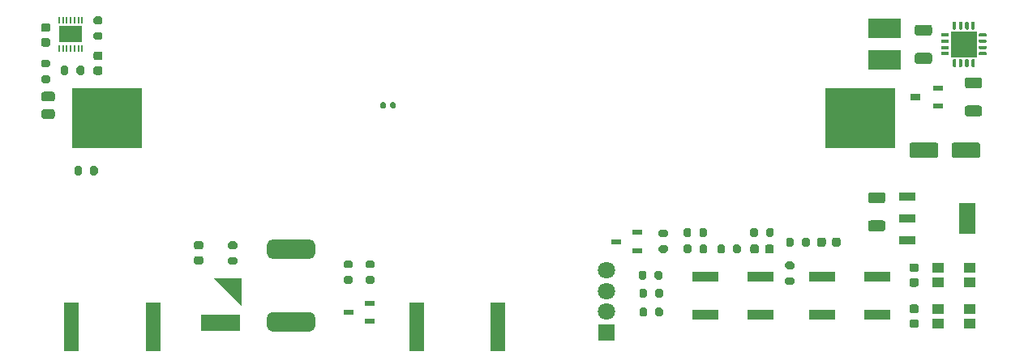
<source format=gts>
G04 #@! TF.GenerationSoftware,KiCad,Pcbnew,(5.1.10)-1*
G04 #@! TF.CreationDate,2022-02-22T01:10:42-03:00*
G04 #@! TF.ProjectId,Alcantara_v.1.0,416c6361-6e74-4617-9261-5f762e312e30,rev?*
G04 #@! TF.SameCoordinates,Original*
G04 #@! TF.FileFunction,Soldermask,Top*
G04 #@! TF.FilePolarity,Negative*
%FSLAX46Y46*%
G04 Gerber Fmt 4.6, Leading zero omitted, Abs format (unit mm)*
G04 Created by KiCad (PCBNEW (5.1.10)-1) date 2022-02-22 01:10:42*
%MOMM*%
%LPD*%
G01*
G04 APERTURE LIST*
%ADD10C,0.000100*%
%ADD11R,4.100000X1.700000*%
%ADD12C,1.800000*%
%ADD13R,1.800000X1.800000*%
%ADD14R,3.500000X2.000000*%
%ADD15R,7.340000X6.350000*%
%ADD16R,1.150000X1.050000*%
%ADD17R,1.750000X3.200000*%
%ADD18R,1.750000X0.950000*%
%ADD19R,1.050000X0.600000*%
%ADD20R,2.800000X1.000000*%
%ADD21R,1.500000X5.080000*%
%ADD22R,2.700000X2.700000*%
%ADD23R,2.400000X1.800000*%
%ADD24R,0.200000X0.750000*%
%ADD25R,1.100000X0.700000*%
%ADD26R,1.100000X0.600000*%
G04 APERTURE END LIST*
D10*
G36*
X72854000Y-58221000D02*
G01*
X75654000Y-58221000D01*
X75654000Y-61021000D01*
X72854000Y-58221000D01*
G37*
X72854000Y-58221000D02*
X75654000Y-58221000D01*
X75654000Y-61021000D01*
X72854000Y-58221000D01*
D11*
X73504000Y-62871000D03*
D12*
X113775000Y-57404000D03*
X113775000Y-59563000D03*
X113775000Y-61722000D03*
D13*
X113775000Y-63881000D03*
D14*
X142875000Y-35400000D03*
X142875000Y-32100000D03*
G36*
G01*
X54995000Y-33091000D02*
X55495000Y-33091000D01*
G75*
G02*
X55720000Y-33316000I0J-225000D01*
G01*
X55720000Y-33766000D01*
G75*
G02*
X55495000Y-33991000I-225000J0D01*
G01*
X54995000Y-33991000D01*
G75*
G02*
X54770000Y-33766000I0J225000D01*
G01*
X54770000Y-33316000D01*
G75*
G02*
X54995000Y-33091000I225000J0D01*
G01*
G37*
G36*
G01*
X54995000Y-31541000D02*
X55495000Y-31541000D01*
G75*
G02*
X55720000Y-31766000I0J-225000D01*
G01*
X55720000Y-32216000D01*
G75*
G02*
X55495000Y-32441000I-225000J0D01*
G01*
X54995000Y-32441000D01*
G75*
G02*
X54770000Y-32216000I0J225000D01*
G01*
X54770000Y-31766000D01*
G75*
G02*
X54995000Y-31541000I225000J0D01*
G01*
G37*
G36*
G01*
X78870000Y-54189000D02*
X82870000Y-54189000D01*
G75*
G02*
X83370000Y-54689000I0J-500000D01*
G01*
X83370000Y-55689000D01*
G75*
G02*
X82870000Y-56189000I-500000J0D01*
G01*
X78870000Y-56189000D01*
G75*
G02*
X78370000Y-55689000I0J500000D01*
G01*
X78370000Y-54689000D01*
G75*
G02*
X78870000Y-54189000I500000J0D01*
G01*
G37*
G36*
G01*
X78870000Y-61789000D02*
X82870000Y-61789000D01*
G75*
G02*
X83370000Y-62289000I0J-500000D01*
G01*
X83370000Y-63289000D01*
G75*
G02*
X82870000Y-63789000I-500000J0D01*
G01*
X78870000Y-63789000D01*
G75*
G02*
X78370000Y-63289000I0J500000D01*
G01*
X78370000Y-62289000D01*
G75*
G02*
X78870000Y-61789000I500000J0D01*
G01*
G37*
D15*
X61635000Y-41452800D03*
X140295000Y-41452800D03*
D16*
X148418000Y-61490000D03*
X148418000Y-62940000D03*
X151768000Y-61490000D03*
X151768000Y-62940000D03*
X148418000Y-57172000D03*
X148418000Y-58622000D03*
X151768000Y-57172000D03*
X151768000Y-58622000D03*
G36*
G01*
X118890600Y-62047800D02*
X118890600Y-61497800D01*
G75*
G02*
X119090600Y-61297800I200000J0D01*
G01*
X119490600Y-61297800D01*
G75*
G02*
X119690600Y-61497800I0J-200000D01*
G01*
X119690600Y-62047800D01*
G75*
G02*
X119490600Y-62247800I-200000J0D01*
G01*
X119090600Y-62247800D01*
G75*
G02*
X118890600Y-62047800I0J200000D01*
G01*
G37*
G36*
G01*
X117240600Y-62047800D02*
X117240600Y-61497800D01*
G75*
G02*
X117440600Y-61297800I200000J0D01*
G01*
X117840600Y-61297800D01*
G75*
G02*
X118040600Y-61497800I0J-200000D01*
G01*
X118040600Y-62047800D01*
G75*
G02*
X117840600Y-62247800I-200000J0D01*
G01*
X117440600Y-62247800D01*
G75*
G02*
X117240600Y-62047800I0J200000D01*
G01*
G37*
G36*
G01*
X120010600Y-53931000D02*
X119460600Y-53931000D01*
G75*
G02*
X119260600Y-53731000I0J200000D01*
G01*
X119260600Y-53331000D01*
G75*
G02*
X119460600Y-53131000I200000J0D01*
G01*
X120010600Y-53131000D01*
G75*
G02*
X120210600Y-53331000I0J-200000D01*
G01*
X120210600Y-53731000D01*
G75*
G02*
X120010600Y-53931000I-200000J0D01*
G01*
G37*
G36*
G01*
X120010600Y-55581000D02*
X119460600Y-55581000D01*
G75*
G02*
X119260600Y-55381000I0J200000D01*
G01*
X119260600Y-54981000D01*
G75*
G02*
X119460600Y-54781000I200000J0D01*
G01*
X120010600Y-54781000D01*
G75*
G02*
X120210600Y-54981000I0J-200000D01*
G01*
X120210600Y-55381000D01*
G75*
G02*
X120010600Y-55581000I-200000J0D01*
G01*
G37*
D17*
X151500000Y-51975000D03*
D18*
X145200000Y-54275000D03*
X145200000Y-51975000D03*
X145200000Y-49675000D03*
D19*
X86884000Y-61783000D03*
X89084000Y-60833000D03*
X89084000Y-62733000D03*
G36*
G01*
X124325600Y-54893800D02*
X124325600Y-55443800D01*
G75*
G02*
X124125600Y-55643800I-200000J0D01*
G01*
X123725600Y-55643800D01*
G75*
G02*
X123525600Y-55443800I0J200000D01*
G01*
X123525600Y-54893800D01*
G75*
G02*
X123725600Y-54693800I200000J0D01*
G01*
X124125600Y-54693800D01*
G75*
G02*
X124325600Y-54893800I0J-200000D01*
G01*
G37*
G36*
G01*
X122675600Y-54893800D02*
X122675600Y-55443800D01*
G75*
G02*
X122475600Y-55643800I-200000J0D01*
G01*
X122075600Y-55643800D01*
G75*
G02*
X121875600Y-55443800I0J200000D01*
G01*
X121875600Y-54893800D01*
G75*
G02*
X122075600Y-54693800I200000J0D01*
G01*
X122475600Y-54693800D01*
G75*
G02*
X122675600Y-54893800I0J-200000D01*
G01*
G37*
G36*
G01*
X91235500Y-40317000D02*
X91235500Y-39947000D01*
G75*
G02*
X91370500Y-39812000I135000J0D01*
G01*
X91640500Y-39812000D01*
G75*
G02*
X91775500Y-39947000I0J-135000D01*
G01*
X91775500Y-40317000D01*
G75*
G02*
X91640500Y-40452000I-135000J0D01*
G01*
X91370500Y-40452000D01*
G75*
G02*
X91235500Y-40317000I0J135000D01*
G01*
G37*
G36*
G01*
X90215500Y-40317000D02*
X90215500Y-39947000D01*
G75*
G02*
X90350500Y-39812000I135000J0D01*
G01*
X90620500Y-39812000D01*
G75*
G02*
X90755500Y-39947000I0J-135000D01*
G01*
X90755500Y-40317000D01*
G75*
G02*
X90620500Y-40452000I-135000J0D01*
G01*
X90350500Y-40452000D01*
G75*
G02*
X90215500Y-40317000I0J135000D01*
G01*
G37*
D20*
X124100000Y-58071000D03*
X129900000Y-58071000D03*
X129900000Y-62071000D03*
X124100000Y-62071000D03*
D19*
X114792400Y-54391600D03*
X116992400Y-53441600D03*
X116992400Y-55341600D03*
D21*
X93985640Y-63347600D03*
X102485640Y-63347600D03*
X57943240Y-63342520D03*
X66443240Y-63342520D03*
G36*
G01*
X148450000Y-44275000D02*
X148450000Y-45375000D01*
G75*
G02*
X148200000Y-45625000I-250000J0D01*
G01*
X145700000Y-45625000D01*
G75*
G02*
X145450000Y-45375000I0J250000D01*
G01*
X145450000Y-44275000D01*
G75*
G02*
X145700000Y-44025000I250000J0D01*
G01*
X148200000Y-44025000D01*
G75*
G02*
X148450000Y-44275000I0J-250000D01*
G01*
G37*
G36*
G01*
X152850000Y-44275000D02*
X152850000Y-45375000D01*
G75*
G02*
X152600000Y-45625000I-250000J0D01*
G01*
X150100000Y-45625000D01*
G75*
G02*
X149850000Y-45375000I0J250000D01*
G01*
X149850000Y-44275000D01*
G75*
G02*
X150100000Y-44025000I250000J0D01*
G01*
X152600000Y-44025000D01*
G75*
G02*
X152850000Y-44275000I0J-250000D01*
G01*
G37*
D20*
X136292000Y-58071000D03*
X142092000Y-58071000D03*
X142092000Y-62071000D03*
X136292000Y-62071000D03*
D22*
X151119000Y-33750000D03*
G36*
G01*
X152756500Y-32600000D02*
X153406500Y-32600000D01*
G75*
G02*
X153494000Y-32687500I0J-87500D01*
G01*
X153494000Y-32862500D01*
G75*
G02*
X153406500Y-32950000I-87500J0D01*
G01*
X152756500Y-32950000D01*
G75*
G02*
X152669000Y-32862500I0J87500D01*
G01*
X152669000Y-32687500D01*
G75*
G02*
X152756500Y-32600000I87500J0D01*
G01*
G37*
G36*
G01*
X152756500Y-33250000D02*
X153406500Y-33250000D01*
G75*
G02*
X153494000Y-33337500I0J-87500D01*
G01*
X153494000Y-33512500D01*
G75*
G02*
X153406500Y-33600000I-87500J0D01*
G01*
X152756500Y-33600000D01*
G75*
G02*
X152669000Y-33512500I0J87500D01*
G01*
X152669000Y-33337500D01*
G75*
G02*
X152756500Y-33250000I87500J0D01*
G01*
G37*
G36*
G01*
X152756500Y-33900000D02*
X153406500Y-33900000D01*
G75*
G02*
X153494000Y-33987500I0J-87500D01*
G01*
X153494000Y-34162500D01*
G75*
G02*
X153406500Y-34250000I-87500J0D01*
G01*
X152756500Y-34250000D01*
G75*
G02*
X152669000Y-34162500I0J87500D01*
G01*
X152669000Y-33987500D01*
G75*
G02*
X152756500Y-33900000I87500J0D01*
G01*
G37*
G36*
G01*
X152756500Y-34550000D02*
X153406500Y-34550000D01*
G75*
G02*
X153494000Y-34637500I0J-87500D01*
G01*
X153494000Y-34812500D01*
G75*
G02*
X153406500Y-34900000I-87500J0D01*
G01*
X152756500Y-34900000D01*
G75*
G02*
X152669000Y-34812500I0J87500D01*
G01*
X152669000Y-34637500D01*
G75*
G02*
X152756500Y-34550000I87500J0D01*
G01*
G37*
G36*
G01*
X152006500Y-35300000D02*
X152181500Y-35300000D01*
G75*
G02*
X152269000Y-35387500I0J-87500D01*
G01*
X152269000Y-36037500D01*
G75*
G02*
X152181500Y-36125000I-87500J0D01*
G01*
X152006500Y-36125000D01*
G75*
G02*
X151919000Y-36037500I0J87500D01*
G01*
X151919000Y-35387500D01*
G75*
G02*
X152006500Y-35300000I87500J0D01*
G01*
G37*
G36*
G01*
X151356500Y-35300000D02*
X151531500Y-35300000D01*
G75*
G02*
X151619000Y-35387500I0J-87500D01*
G01*
X151619000Y-36037500D01*
G75*
G02*
X151531500Y-36125000I-87500J0D01*
G01*
X151356500Y-36125000D01*
G75*
G02*
X151269000Y-36037500I0J87500D01*
G01*
X151269000Y-35387500D01*
G75*
G02*
X151356500Y-35300000I87500J0D01*
G01*
G37*
G36*
G01*
X150706500Y-35300000D02*
X150881500Y-35300000D01*
G75*
G02*
X150969000Y-35387500I0J-87500D01*
G01*
X150969000Y-36037500D01*
G75*
G02*
X150881500Y-36125000I-87500J0D01*
G01*
X150706500Y-36125000D01*
G75*
G02*
X150619000Y-36037500I0J87500D01*
G01*
X150619000Y-35387500D01*
G75*
G02*
X150706500Y-35300000I87500J0D01*
G01*
G37*
G36*
G01*
X150056500Y-35300000D02*
X150231500Y-35300000D01*
G75*
G02*
X150319000Y-35387500I0J-87500D01*
G01*
X150319000Y-36037500D01*
G75*
G02*
X150231500Y-36125000I-87500J0D01*
G01*
X150056500Y-36125000D01*
G75*
G02*
X149969000Y-36037500I0J87500D01*
G01*
X149969000Y-35387500D01*
G75*
G02*
X150056500Y-35300000I87500J0D01*
G01*
G37*
G36*
G01*
X148831500Y-34550000D02*
X149481500Y-34550000D01*
G75*
G02*
X149569000Y-34637500I0J-87500D01*
G01*
X149569000Y-34812500D01*
G75*
G02*
X149481500Y-34900000I-87500J0D01*
G01*
X148831500Y-34900000D01*
G75*
G02*
X148744000Y-34812500I0J87500D01*
G01*
X148744000Y-34637500D01*
G75*
G02*
X148831500Y-34550000I87500J0D01*
G01*
G37*
G36*
G01*
X148831500Y-33900000D02*
X149481500Y-33900000D01*
G75*
G02*
X149569000Y-33987500I0J-87500D01*
G01*
X149569000Y-34162500D01*
G75*
G02*
X149481500Y-34250000I-87500J0D01*
G01*
X148831500Y-34250000D01*
G75*
G02*
X148744000Y-34162500I0J87500D01*
G01*
X148744000Y-33987500D01*
G75*
G02*
X148831500Y-33900000I87500J0D01*
G01*
G37*
G36*
G01*
X148831500Y-33250000D02*
X149481500Y-33250000D01*
G75*
G02*
X149569000Y-33337500I0J-87500D01*
G01*
X149569000Y-33512500D01*
G75*
G02*
X149481500Y-33600000I-87500J0D01*
G01*
X148831500Y-33600000D01*
G75*
G02*
X148744000Y-33512500I0J87500D01*
G01*
X148744000Y-33337500D01*
G75*
G02*
X148831500Y-33250000I87500J0D01*
G01*
G37*
G36*
G01*
X148831500Y-32600000D02*
X149481500Y-32600000D01*
G75*
G02*
X149569000Y-32687500I0J-87500D01*
G01*
X149569000Y-32862500D01*
G75*
G02*
X149481500Y-32950000I-87500J0D01*
G01*
X148831500Y-32950000D01*
G75*
G02*
X148744000Y-32862500I0J87500D01*
G01*
X148744000Y-32687500D01*
G75*
G02*
X148831500Y-32600000I87500J0D01*
G01*
G37*
G36*
G01*
X150056500Y-31375000D02*
X150231500Y-31375000D01*
G75*
G02*
X150319000Y-31462500I0J-87500D01*
G01*
X150319000Y-32112500D01*
G75*
G02*
X150231500Y-32200000I-87500J0D01*
G01*
X150056500Y-32200000D01*
G75*
G02*
X149969000Y-32112500I0J87500D01*
G01*
X149969000Y-31462500D01*
G75*
G02*
X150056500Y-31375000I87500J0D01*
G01*
G37*
G36*
G01*
X150706500Y-31375000D02*
X150881500Y-31375000D01*
G75*
G02*
X150969000Y-31462500I0J-87500D01*
G01*
X150969000Y-32112500D01*
G75*
G02*
X150881500Y-32200000I-87500J0D01*
G01*
X150706500Y-32200000D01*
G75*
G02*
X150619000Y-32112500I0J87500D01*
G01*
X150619000Y-31462500D01*
G75*
G02*
X150706500Y-31375000I87500J0D01*
G01*
G37*
G36*
G01*
X151356500Y-31375000D02*
X151531500Y-31375000D01*
G75*
G02*
X151619000Y-31462500I0J-87500D01*
G01*
X151619000Y-32112500D01*
G75*
G02*
X151531500Y-32200000I-87500J0D01*
G01*
X151356500Y-32200000D01*
G75*
G02*
X151269000Y-32112500I0J87500D01*
G01*
X151269000Y-31462500D01*
G75*
G02*
X151356500Y-31375000I87500J0D01*
G01*
G37*
G36*
G01*
X152006500Y-31375000D02*
X152181500Y-31375000D01*
G75*
G02*
X152269000Y-31462500I0J-87500D01*
G01*
X152269000Y-32112500D01*
G75*
G02*
X152181500Y-32200000I-87500J0D01*
G01*
X152006500Y-32200000D01*
G75*
G02*
X151919000Y-32112500I0J87500D01*
G01*
X151919000Y-31462500D01*
G75*
G02*
X152006500Y-31375000I87500J0D01*
G01*
G37*
D23*
X57848500Y-32702500D03*
D24*
X59048500Y-34202500D03*
X58648500Y-34202500D03*
X58248500Y-34202500D03*
X57848500Y-34202500D03*
X57448500Y-34202500D03*
X57048500Y-34202500D03*
X56648500Y-34202500D03*
X56648500Y-31202500D03*
X57048500Y-31202500D03*
X57448500Y-31202500D03*
X57848500Y-31202500D03*
X58248500Y-31202500D03*
X58648500Y-31202500D03*
X59048500Y-31202500D03*
D25*
X146050000Y-39275000D03*
D26*
X148450000Y-38325000D03*
X148450000Y-40225000D03*
G36*
G01*
X130473000Y-53716600D02*
X130473000Y-53166600D01*
G75*
G02*
X130673000Y-52966600I200000J0D01*
G01*
X131073000Y-52966600D01*
G75*
G02*
X131273000Y-53166600I0J-200000D01*
G01*
X131273000Y-53716600D01*
G75*
G02*
X131073000Y-53916600I-200000J0D01*
G01*
X130673000Y-53916600D01*
G75*
G02*
X130473000Y-53716600I0J200000D01*
G01*
G37*
G36*
G01*
X128823000Y-53716600D02*
X128823000Y-53166600D01*
G75*
G02*
X129023000Y-52966600I200000J0D01*
G01*
X129423000Y-52966600D01*
G75*
G02*
X129623000Y-53166600I0J-200000D01*
G01*
X129623000Y-53716600D01*
G75*
G02*
X129423000Y-53916600I-200000J0D01*
G01*
X129023000Y-53916600D01*
G75*
G02*
X128823000Y-53716600I0J200000D01*
G01*
G37*
G36*
G01*
X122651200Y-53166600D02*
X122651200Y-53716600D01*
G75*
G02*
X122451200Y-53916600I-200000J0D01*
G01*
X122051200Y-53916600D01*
G75*
G02*
X121851200Y-53716600I0J200000D01*
G01*
X121851200Y-53166600D01*
G75*
G02*
X122051200Y-52966600I200000J0D01*
G01*
X122451200Y-52966600D01*
G75*
G02*
X122651200Y-53166600I0J-200000D01*
G01*
G37*
G36*
G01*
X124301200Y-53166600D02*
X124301200Y-53716600D01*
G75*
G02*
X124101200Y-53916600I-200000J0D01*
G01*
X123701200Y-53916600D01*
G75*
G02*
X123501200Y-53716600I0J200000D01*
G01*
X123501200Y-53166600D01*
G75*
G02*
X123701200Y-52966600I200000J0D01*
G01*
X124101200Y-52966600D01*
G75*
G02*
X124301200Y-53166600I0J-200000D01*
G01*
G37*
G36*
G01*
X70961750Y-55909900D02*
X71474250Y-55909900D01*
G75*
G02*
X71693000Y-56128650I0J-218750D01*
G01*
X71693000Y-56566150D01*
G75*
G02*
X71474250Y-56784900I-218750J0D01*
G01*
X70961750Y-56784900D01*
G75*
G02*
X70743000Y-56566150I0J218750D01*
G01*
X70743000Y-56128650D01*
G75*
G02*
X70961750Y-55909900I218750J0D01*
G01*
G37*
G36*
G01*
X70961750Y-54334900D02*
X71474250Y-54334900D01*
G75*
G02*
X71693000Y-54553650I0J-218750D01*
G01*
X71693000Y-54991150D01*
G75*
G02*
X71474250Y-55209900I-218750J0D01*
G01*
X70961750Y-55209900D01*
G75*
G02*
X70743000Y-54991150I0J218750D01*
G01*
X70743000Y-54553650D01*
G75*
G02*
X70961750Y-54334900I218750J0D01*
G01*
G37*
G36*
G01*
X55949002Y-39732000D02*
X55048998Y-39732000D01*
G75*
G02*
X54799000Y-39482002I0J249998D01*
G01*
X54799000Y-38956998D01*
G75*
G02*
X55048998Y-38707000I249998J0D01*
G01*
X55949002Y-38707000D01*
G75*
G02*
X56199000Y-38956998I0J-249998D01*
G01*
X56199000Y-39482002D01*
G75*
G02*
X55949002Y-39732000I-249998J0D01*
G01*
G37*
G36*
G01*
X55949002Y-41557000D02*
X55048998Y-41557000D01*
G75*
G02*
X54799000Y-41307002I0J249998D01*
G01*
X54799000Y-40781998D01*
G75*
G02*
X55048998Y-40532000I249998J0D01*
G01*
X55949002Y-40532000D01*
G75*
G02*
X56199000Y-40781998I0J-249998D01*
G01*
X56199000Y-41307002D01*
G75*
G02*
X55949002Y-41557000I-249998J0D01*
G01*
G37*
G36*
G01*
X147550001Y-32850000D02*
X146249999Y-32850000D01*
G75*
G02*
X146000000Y-32600001I0J249999D01*
G01*
X146000000Y-31949999D01*
G75*
G02*
X146249999Y-31700000I249999J0D01*
G01*
X147550001Y-31700000D01*
G75*
G02*
X147800000Y-31949999I0J-249999D01*
G01*
X147800000Y-32600001D01*
G75*
G02*
X147550001Y-32850000I-249999J0D01*
G01*
G37*
G36*
G01*
X147550001Y-35800000D02*
X146249999Y-35800000D01*
G75*
G02*
X146000000Y-35550001I0J249999D01*
G01*
X146000000Y-34899999D01*
G75*
G02*
X146249999Y-34650000I249999J0D01*
G01*
X147550001Y-34650000D01*
G75*
G02*
X147800000Y-34899999I0J-249999D01*
G01*
X147800000Y-35550001D01*
G75*
G02*
X147550001Y-35800000I-249999J0D01*
G01*
G37*
G36*
G01*
X146175000Y-61875000D02*
X145675000Y-61875000D01*
G75*
G02*
X145450000Y-61650000I0J225000D01*
G01*
X145450000Y-61200000D01*
G75*
G02*
X145675000Y-60975000I225000J0D01*
G01*
X146175000Y-60975000D01*
G75*
G02*
X146400000Y-61200000I0J-225000D01*
G01*
X146400000Y-61650000D01*
G75*
G02*
X146175000Y-61875000I-225000J0D01*
G01*
G37*
G36*
G01*
X146175000Y-63425000D02*
X145675000Y-63425000D01*
G75*
G02*
X145450000Y-63200000I0J225000D01*
G01*
X145450000Y-62750000D01*
G75*
G02*
X145675000Y-62525000I225000J0D01*
G01*
X146175000Y-62525000D01*
G75*
G02*
X146400000Y-62750000I0J-225000D01*
G01*
X146400000Y-63200000D01*
G75*
G02*
X146175000Y-63425000I-225000J0D01*
G01*
G37*
G36*
G01*
X142675001Y-50375000D02*
X141374999Y-50375000D01*
G75*
G02*
X141125000Y-50125001I0J249999D01*
G01*
X141125000Y-49474999D01*
G75*
G02*
X141374999Y-49225000I249999J0D01*
G01*
X142675001Y-49225000D01*
G75*
G02*
X142925000Y-49474999I0J-249999D01*
G01*
X142925000Y-50125001D01*
G75*
G02*
X142675001Y-50375000I-249999J0D01*
G01*
G37*
G36*
G01*
X142675001Y-53325000D02*
X141374999Y-53325000D01*
G75*
G02*
X141125000Y-53075001I0J249999D01*
G01*
X141125000Y-52424999D01*
G75*
G02*
X141374999Y-52175000I249999J0D01*
G01*
X142675001Y-52175000D01*
G75*
G02*
X142925000Y-52424999I0J-249999D01*
G01*
X142925000Y-53075001D01*
G75*
G02*
X142675001Y-53325000I-249999J0D01*
G01*
G37*
G36*
G01*
X152775001Y-38350000D02*
X151474999Y-38350000D01*
G75*
G02*
X151225000Y-38100001I0J249999D01*
G01*
X151225000Y-37449999D01*
G75*
G02*
X151474999Y-37200000I249999J0D01*
G01*
X152775001Y-37200000D01*
G75*
G02*
X153025000Y-37449999I0J-249999D01*
G01*
X153025000Y-38100001D01*
G75*
G02*
X152775001Y-38350000I-249999J0D01*
G01*
G37*
G36*
G01*
X152775001Y-41300000D02*
X151474999Y-41300000D01*
G75*
G02*
X151225000Y-41050001I0J249999D01*
G01*
X151225000Y-40399999D01*
G75*
G02*
X151474999Y-40150000I249999J0D01*
G01*
X152775001Y-40150000D01*
G75*
G02*
X153025000Y-40399999I0J-249999D01*
G01*
X153025000Y-41050001D01*
G75*
G02*
X152775001Y-41300000I-249999J0D01*
G01*
G37*
G36*
G01*
X127018600Y-55443800D02*
X127018600Y-54893800D01*
G75*
G02*
X127218600Y-54693800I200000J0D01*
G01*
X127618600Y-54693800D01*
G75*
G02*
X127818600Y-54893800I0J-200000D01*
G01*
X127818600Y-55443800D01*
G75*
G02*
X127618600Y-55643800I-200000J0D01*
G01*
X127218600Y-55643800D01*
G75*
G02*
X127018600Y-55443800I0J200000D01*
G01*
G37*
G36*
G01*
X125368600Y-55443800D02*
X125368600Y-54893800D01*
G75*
G02*
X125568600Y-54693800I200000J0D01*
G01*
X125968600Y-54693800D01*
G75*
G02*
X126168600Y-54893800I0J-200000D01*
G01*
X126168600Y-55443800D01*
G75*
G02*
X125968600Y-55643800I-200000J0D01*
G01*
X125568600Y-55643800D01*
G75*
G02*
X125368600Y-55443800I0J200000D01*
G01*
G37*
G36*
G01*
X133370000Y-54182600D02*
X133370000Y-54732600D01*
G75*
G02*
X133170000Y-54932600I-200000J0D01*
G01*
X132770000Y-54932600D01*
G75*
G02*
X132570000Y-54732600I0J200000D01*
G01*
X132570000Y-54182600D01*
G75*
G02*
X132770000Y-53982600I200000J0D01*
G01*
X133170000Y-53982600D01*
G75*
G02*
X133370000Y-54182600I0J-200000D01*
G01*
G37*
G36*
G01*
X135020000Y-54182600D02*
X135020000Y-54732600D01*
G75*
G02*
X134820000Y-54932600I-200000J0D01*
G01*
X134420000Y-54932600D01*
G75*
G02*
X134220000Y-54732600I0J200000D01*
G01*
X134220000Y-54182600D01*
G75*
G02*
X134420000Y-53982600I200000J0D01*
G01*
X134820000Y-53982600D01*
G75*
G02*
X135020000Y-54182600I0J-200000D01*
G01*
G37*
G36*
G01*
X86564000Y-58017000D02*
X87114000Y-58017000D01*
G75*
G02*
X87314000Y-58217000I0J-200000D01*
G01*
X87314000Y-58617000D01*
G75*
G02*
X87114000Y-58817000I-200000J0D01*
G01*
X86564000Y-58817000D01*
G75*
G02*
X86364000Y-58617000I0J200000D01*
G01*
X86364000Y-58217000D01*
G75*
G02*
X86564000Y-58017000I200000J0D01*
G01*
G37*
G36*
G01*
X86564000Y-56367000D02*
X87114000Y-56367000D01*
G75*
G02*
X87314000Y-56567000I0J-200000D01*
G01*
X87314000Y-56967000D01*
G75*
G02*
X87114000Y-57167000I-200000J0D01*
G01*
X86564000Y-57167000D01*
G75*
G02*
X86364000Y-56967000I0J200000D01*
G01*
X86364000Y-56567000D01*
G75*
G02*
X86564000Y-56367000I200000J0D01*
G01*
G37*
G36*
G01*
X88854000Y-58017000D02*
X89404000Y-58017000D01*
G75*
G02*
X89604000Y-58217000I0J-200000D01*
G01*
X89604000Y-58617000D01*
G75*
G02*
X89404000Y-58817000I-200000J0D01*
G01*
X88854000Y-58817000D01*
G75*
G02*
X88654000Y-58617000I0J200000D01*
G01*
X88654000Y-58217000D01*
G75*
G02*
X88854000Y-58017000I200000J0D01*
G01*
G37*
G36*
G01*
X88854000Y-56367000D02*
X89404000Y-56367000D01*
G75*
G02*
X89604000Y-56567000I0J-200000D01*
G01*
X89604000Y-56967000D01*
G75*
G02*
X89404000Y-57167000I-200000J0D01*
G01*
X88854000Y-57167000D01*
G75*
G02*
X88654000Y-56967000I0J200000D01*
G01*
X88654000Y-56567000D01*
G75*
G02*
X88854000Y-56367000I200000J0D01*
G01*
G37*
G36*
G01*
X118839800Y-58187000D02*
X118839800Y-57637000D01*
G75*
G02*
X119039800Y-57437000I200000J0D01*
G01*
X119439800Y-57437000D01*
G75*
G02*
X119639800Y-57637000I0J-200000D01*
G01*
X119639800Y-58187000D01*
G75*
G02*
X119439800Y-58387000I-200000J0D01*
G01*
X119039800Y-58387000D01*
G75*
G02*
X118839800Y-58187000I0J200000D01*
G01*
G37*
G36*
G01*
X117189800Y-58187000D02*
X117189800Y-57637000D01*
G75*
G02*
X117389800Y-57437000I200000J0D01*
G01*
X117789800Y-57437000D01*
G75*
G02*
X117989800Y-57637000I0J-200000D01*
G01*
X117989800Y-58187000D01*
G75*
G02*
X117789800Y-58387000I-200000J0D01*
G01*
X117389800Y-58387000D01*
G75*
G02*
X117189800Y-58187000I0J200000D01*
G01*
G37*
G36*
G01*
X118890600Y-60066600D02*
X118890600Y-59516600D01*
G75*
G02*
X119090600Y-59316600I200000J0D01*
G01*
X119490600Y-59316600D01*
G75*
G02*
X119690600Y-59516600I0J-200000D01*
G01*
X119690600Y-60066600D01*
G75*
G02*
X119490600Y-60266600I-200000J0D01*
G01*
X119090600Y-60266600D01*
G75*
G02*
X118890600Y-60066600I0J200000D01*
G01*
G37*
G36*
G01*
X117240600Y-60066600D02*
X117240600Y-59516600D01*
G75*
G02*
X117440600Y-59316600I200000J0D01*
G01*
X117840600Y-59316600D01*
G75*
G02*
X118040600Y-59516600I0J-200000D01*
G01*
X118040600Y-60066600D01*
G75*
G02*
X117840600Y-60266600I-200000J0D01*
G01*
X117440600Y-60266600D01*
G75*
G02*
X117240600Y-60066600I0J200000D01*
G01*
G37*
G36*
G01*
X132668600Y-58133800D02*
X133218600Y-58133800D01*
G75*
G02*
X133418600Y-58333800I0J-200000D01*
G01*
X133418600Y-58733800D01*
G75*
G02*
X133218600Y-58933800I-200000J0D01*
G01*
X132668600Y-58933800D01*
G75*
G02*
X132468600Y-58733800I0J200000D01*
G01*
X132468600Y-58333800D01*
G75*
G02*
X132668600Y-58133800I200000J0D01*
G01*
G37*
G36*
G01*
X132668600Y-56483800D02*
X133218600Y-56483800D01*
G75*
G02*
X133418600Y-56683800I0J-200000D01*
G01*
X133418600Y-57083800D01*
G75*
G02*
X133218600Y-57283800I-200000J0D01*
G01*
X132668600Y-57283800D01*
G75*
G02*
X132468600Y-57083800I0J200000D01*
G01*
X132468600Y-56683800D01*
G75*
G02*
X132668600Y-56483800I200000J0D01*
G01*
G37*
G36*
G01*
X75049000Y-55172400D02*
X74499000Y-55172400D01*
G75*
G02*
X74299000Y-54972400I0J200000D01*
G01*
X74299000Y-54572400D01*
G75*
G02*
X74499000Y-54372400I200000J0D01*
G01*
X75049000Y-54372400D01*
G75*
G02*
X75249000Y-54572400I0J-200000D01*
G01*
X75249000Y-54972400D01*
G75*
G02*
X75049000Y-55172400I-200000J0D01*
G01*
G37*
G36*
G01*
X75049000Y-56822400D02*
X74499000Y-56822400D01*
G75*
G02*
X74299000Y-56622400I0J200000D01*
G01*
X74299000Y-56222400D01*
G75*
G02*
X74499000Y-56022400I200000J0D01*
G01*
X75049000Y-56022400D01*
G75*
G02*
X75249000Y-56222400I0J-200000D01*
G01*
X75249000Y-56622400D01*
G75*
G02*
X75049000Y-56822400I-200000J0D01*
G01*
G37*
G36*
G01*
X57614000Y-36199400D02*
X57614000Y-36749400D01*
G75*
G02*
X57414000Y-36949400I-200000J0D01*
G01*
X57014000Y-36949400D01*
G75*
G02*
X56814000Y-36749400I0J200000D01*
G01*
X56814000Y-36199400D01*
G75*
G02*
X57014000Y-35999400I200000J0D01*
G01*
X57414000Y-35999400D01*
G75*
G02*
X57614000Y-36199400I0J-200000D01*
G01*
G37*
G36*
G01*
X59264000Y-36199400D02*
X59264000Y-36749400D01*
G75*
G02*
X59064000Y-36949400I-200000J0D01*
G01*
X58664000Y-36949400D01*
G75*
G02*
X58464000Y-36749400I0J200000D01*
G01*
X58464000Y-36199400D01*
G75*
G02*
X58664000Y-35999400I200000J0D01*
G01*
X59064000Y-35999400D01*
G75*
G02*
X59264000Y-36199400I0J-200000D01*
G01*
G37*
G36*
G01*
X55520000Y-36151000D02*
X54970000Y-36151000D01*
G75*
G02*
X54770000Y-35951000I0J200000D01*
G01*
X54770000Y-35551000D01*
G75*
G02*
X54970000Y-35351000I200000J0D01*
G01*
X55520000Y-35351000D01*
G75*
G02*
X55720000Y-35551000I0J-200000D01*
G01*
X55720000Y-35951000D01*
G75*
G02*
X55520000Y-36151000I-200000J0D01*
G01*
G37*
G36*
G01*
X55520000Y-37801000D02*
X54970000Y-37801000D01*
G75*
G02*
X54770000Y-37601000I0J200000D01*
G01*
X54770000Y-37201000D01*
G75*
G02*
X54970000Y-37001000I200000J0D01*
G01*
X55520000Y-37001000D01*
G75*
G02*
X55720000Y-37201000I0J-200000D01*
G01*
X55720000Y-37601000D01*
G75*
G02*
X55520000Y-37801000I-200000J0D01*
G01*
G37*
G36*
G01*
X59036400Y-46702300D02*
X59036400Y-47252300D01*
G75*
G02*
X58836400Y-47452300I-200000J0D01*
G01*
X58436400Y-47452300D01*
G75*
G02*
X58236400Y-47252300I0J200000D01*
G01*
X58236400Y-46702300D01*
G75*
G02*
X58436400Y-46502300I200000J0D01*
G01*
X58836400Y-46502300D01*
G75*
G02*
X59036400Y-46702300I0J-200000D01*
G01*
G37*
G36*
G01*
X60686400Y-46702300D02*
X60686400Y-47252300D01*
G75*
G02*
X60486400Y-47452300I-200000J0D01*
G01*
X60086400Y-47452300D01*
G75*
G02*
X59886400Y-47252300I0J200000D01*
G01*
X59886400Y-46702300D01*
G75*
G02*
X60086400Y-46502300I200000J0D01*
G01*
X60486400Y-46502300D01*
G75*
G02*
X60686400Y-46702300I0J-200000D01*
G01*
G37*
G36*
G01*
X60981000Y-31642000D02*
X60431000Y-31642000D01*
G75*
G02*
X60231000Y-31442000I0J200000D01*
G01*
X60231000Y-31042000D01*
G75*
G02*
X60431000Y-30842000I200000J0D01*
G01*
X60981000Y-30842000D01*
G75*
G02*
X61181000Y-31042000I0J-200000D01*
G01*
X61181000Y-31442000D01*
G75*
G02*
X60981000Y-31642000I-200000J0D01*
G01*
G37*
G36*
G01*
X60981000Y-33292000D02*
X60431000Y-33292000D01*
G75*
G02*
X60231000Y-33092000I0J200000D01*
G01*
X60231000Y-32692000D01*
G75*
G02*
X60431000Y-32492000I200000J0D01*
G01*
X60981000Y-32492000D01*
G75*
G02*
X61181000Y-32692000I0J-200000D01*
G01*
X61181000Y-33092000D01*
G75*
G02*
X60981000Y-33292000I-200000J0D01*
G01*
G37*
G36*
G01*
X129723000Y-54918800D02*
X129723000Y-55418800D01*
G75*
G02*
X129498000Y-55643800I-225000J0D01*
G01*
X129048000Y-55643800D01*
G75*
G02*
X128823000Y-55418800I0J225000D01*
G01*
X128823000Y-54918800D01*
G75*
G02*
X129048000Y-54693800I225000J0D01*
G01*
X129498000Y-54693800D01*
G75*
G02*
X129723000Y-54918800I0J-225000D01*
G01*
G37*
G36*
G01*
X131273000Y-54918800D02*
X131273000Y-55418800D01*
G75*
G02*
X131048000Y-55643800I-225000J0D01*
G01*
X130598000Y-55643800D01*
G75*
G02*
X130373000Y-55418800I0J225000D01*
G01*
X130373000Y-54918800D01*
G75*
G02*
X130598000Y-54693800I225000J0D01*
G01*
X131048000Y-54693800D01*
G75*
G02*
X131273000Y-54918800I0J-225000D01*
G01*
G37*
G36*
G01*
X136708000Y-54207600D02*
X136708000Y-54707600D01*
G75*
G02*
X136483000Y-54932600I-225000J0D01*
G01*
X136033000Y-54932600D01*
G75*
G02*
X135808000Y-54707600I0J225000D01*
G01*
X135808000Y-54207600D01*
G75*
G02*
X136033000Y-53982600I225000J0D01*
G01*
X136483000Y-53982600D01*
G75*
G02*
X136708000Y-54207600I0J-225000D01*
G01*
G37*
G36*
G01*
X138258000Y-54207600D02*
X138258000Y-54707600D01*
G75*
G02*
X138033000Y-54932600I-225000J0D01*
G01*
X137583000Y-54932600D01*
G75*
G02*
X137358000Y-54707600I0J225000D01*
G01*
X137358000Y-54207600D01*
G75*
G02*
X137583000Y-53982600I225000J0D01*
G01*
X138033000Y-53982600D01*
G75*
G02*
X138258000Y-54207600I0J-225000D01*
G01*
G37*
G36*
G01*
X60456000Y-36050400D02*
X60956000Y-36050400D01*
G75*
G02*
X61181000Y-36275400I0J-225000D01*
G01*
X61181000Y-36725400D01*
G75*
G02*
X60956000Y-36950400I-225000J0D01*
G01*
X60456000Y-36950400D01*
G75*
G02*
X60231000Y-36725400I0J225000D01*
G01*
X60231000Y-36275400D01*
G75*
G02*
X60456000Y-36050400I225000J0D01*
G01*
G37*
G36*
G01*
X60456000Y-34500400D02*
X60956000Y-34500400D01*
G75*
G02*
X61181000Y-34725400I0J-225000D01*
G01*
X61181000Y-35175400D01*
G75*
G02*
X60956000Y-35400400I-225000J0D01*
G01*
X60456000Y-35400400D01*
G75*
G02*
X60231000Y-35175400I0J225000D01*
G01*
X60231000Y-34725400D01*
G75*
G02*
X60456000Y-34500400I225000J0D01*
G01*
G37*
G36*
G01*
X146175000Y-57575000D02*
X145675000Y-57575000D01*
G75*
G02*
X145450000Y-57350000I0J225000D01*
G01*
X145450000Y-56900000D01*
G75*
G02*
X145675000Y-56675000I225000J0D01*
G01*
X146175000Y-56675000D01*
G75*
G02*
X146400000Y-56900000I0J-225000D01*
G01*
X146400000Y-57350000D01*
G75*
G02*
X146175000Y-57575000I-225000J0D01*
G01*
G37*
G36*
G01*
X146175000Y-59125000D02*
X145675000Y-59125000D01*
G75*
G02*
X145450000Y-58900000I0J225000D01*
G01*
X145450000Y-58450000D01*
G75*
G02*
X145675000Y-58225000I225000J0D01*
G01*
X146175000Y-58225000D01*
G75*
G02*
X146400000Y-58450000I0J-225000D01*
G01*
X146400000Y-58900000D01*
G75*
G02*
X146175000Y-59125000I-225000J0D01*
G01*
G37*
M02*

</source>
